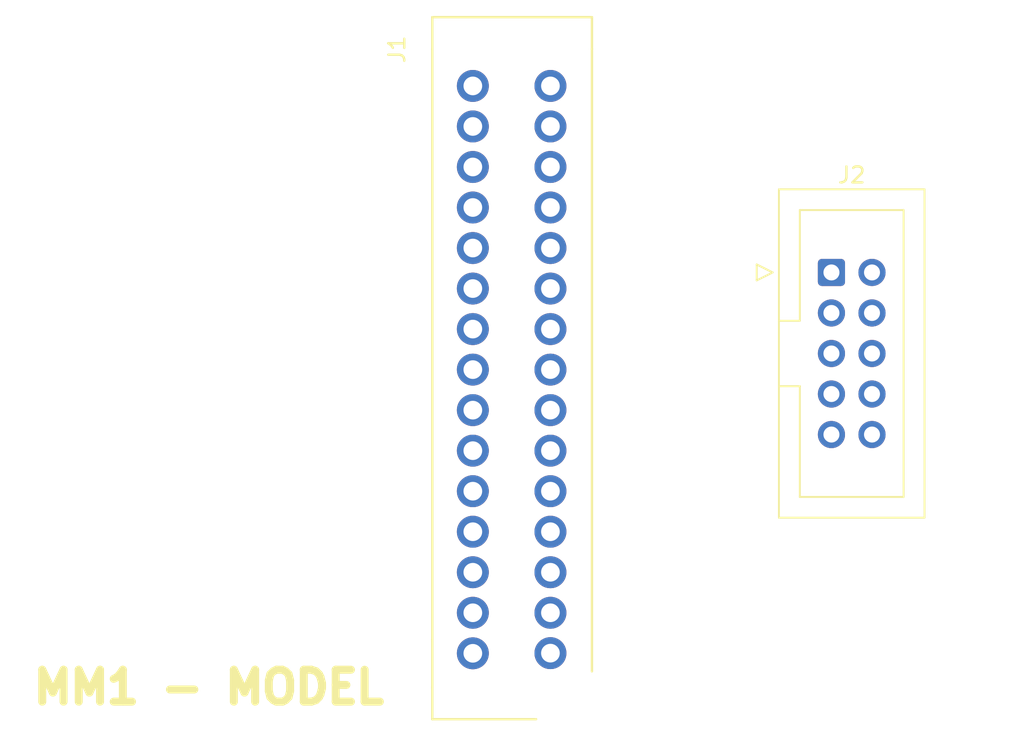
<source format=kicad_pcb>
(kicad_pcb (version 20171130) (host pcbnew "(5.1.6)-1")

  (general
    (thickness 1.6)
    (drawings 6)
    (tracks 0)
    (zones 0)
    (modules 2)
    (nets 40)
  )

  (page A4)
  (title_block
    (title MM1)
    (date 2020-08-13)
    (rev "model rev1")
    (company "Name here")
  )

  (layers
    (0 F.Cu signal)
    (1 In1.Cu power)
    (2 In2.Cu signal)
    (31 B.Cu signal)
    (32 B.Adhes user)
    (33 F.Adhes user)
    (34 B.Paste user)
    (35 F.Paste user)
    (36 B.SilkS user)
    (37 F.SilkS user)
    (38 B.Mask user)
    (39 F.Mask user)
    (40 Dwgs.User user)
    (41 Cmts.User user)
    (42 Eco1.User user)
    (43 Eco2.User user)
    (44 Edge.Cuts user)
    (45 Margin user)
    (46 B.CrtYd user)
    (47 F.CrtYd user)
    (48 B.Fab user)
    (49 F.Fab user)
  )

  (setup
    (last_trace_width 0.18)
    (trace_clearance 0.18)
    (zone_clearance 0.508)
    (zone_45_only no)
    (trace_min 0.18)
    (via_size 0.45)
    (via_drill 0.2)
    (via_min_size 0.45)
    (via_min_drill 0.2)
    (uvia_size 0.45)
    (uvia_drill 0.2)
    (uvias_allowed no)
    (uvia_min_size 0.45)
    (uvia_min_drill 0.2)
    (edge_width 0.15)
    (segment_width 0.2)
    (pcb_text_width 0.3)
    (pcb_text_size 1.5 1.5)
    (mod_edge_width 0.15)
    (mod_text_size 1 1)
    (mod_text_width 0.15)
    (pad_size 1.524 1.524)
    (pad_drill 0.762)
    (pad_to_mask_clearance 0.2)
    (aux_axis_origin 127 73)
    (visible_elements 7FFFE7FF)
    (pcbplotparams
      (layerselection 0x010f0_ffffffff)
      (usegerberextensions false)
      (usegerberattributes false)
      (usegerberadvancedattributes false)
      (creategerberjobfile false)
      (excludeedgelayer true)
      (linewidth 0.100000)
      (plotframeref false)
      (viasonmask false)
      (mode 1)
      (useauxorigin true)
      (hpglpennumber 1)
      (hpglpenspeed 20)
      (hpglpendiameter 15.000000)
      (psnegative false)
      (psa4output false)
      (plotreference true)
      (plotvalue true)
      (plotinvisibletext false)
      (padsonsilk false)
      (subtractmaskfromsilk false)
      (outputformat 1)
      (mirror false)
      (drillshape 0)
      (scaleselection 1)
      (outputdirectory "Project_GP8BV4_gerbert/"))
  )

  (net 0 "")
  (net 1 +5V)
  (net 2 +3V3)
  (net 3 GND)
  (net 4 /MEMADDRESS_0)
  (net 5 /MEMADDRESS_2)
  (net 6 /MEMADDRESS_1)
  (net 7 /MEMADDRESS_4)
  (net 8 /MEMADDRESS_3)
  (net 9 /MEMADDRESS_6)
  (net 10 /MEMADDRESS_5)
  (net 11 /MEMADDRESS_8)
  (net 12 /MEMADDRESS_7)
  (net 13 /MEMADDRESS_10)
  (net 14 /MEMADDRESS_9)
  (net 15 /MEMADDRESS_12)
  (net 16 /MEMADDRESS_11)
  (net 17 /MEMADDRESS_14)
  (net 18 /MEMADDRESS_13)
  (net 19 /MEMDATA_0)
  (net 20 /MEMADDRESS_15)
  (net 21 /MEMDATA_2)
  (net 22 /MEMDATA_1)
  (net 23 /MEMDATA_4)
  (net 24 /MEMDATA_3)
  (net 25 /MEMDATA_6)
  (net 26 /MEMDATA_5)
  (net 27 /MEM_~WE)
  (net 28 /MEMDATA_7)
  (net 29 /MEM_~CE)
  (net 30 /MEM_~OE)
  (net 31 /MEMADDRESS_17)
  (net 32 /MEMADDRESS_19)
  (net 33 /MEMADDRESS_21)
  (net 34 /MEMADDRESS_23)
  (net 35 /MEMADDRESS_16)
  (net 36 /MEMADDRESS_18)
  (net 37 /MEMADDRESS_20)
  (net 38 /MEMADDRESS_22)
  (net 39 /MEMFEEDBACK)

  (net_class Default "Ceci est la Netclass par défaut"
    (clearance 0.18)
    (trace_width 0.18)
    (via_dia 0.45)
    (via_drill 0.2)
    (uvia_dia 0.45)
    (uvia_drill 0.2)
    (add_net +3V3)
    (add_net +5V)
    (add_net /MEMADDRESS_0)
    (add_net /MEMADDRESS_1)
    (add_net /MEMADDRESS_10)
    (add_net /MEMADDRESS_11)
    (add_net /MEMADDRESS_12)
    (add_net /MEMADDRESS_13)
    (add_net /MEMADDRESS_14)
    (add_net /MEMADDRESS_15)
    (add_net /MEMADDRESS_16)
    (add_net /MEMADDRESS_17)
    (add_net /MEMADDRESS_18)
    (add_net /MEMADDRESS_19)
    (add_net /MEMADDRESS_2)
    (add_net /MEMADDRESS_20)
    (add_net /MEMADDRESS_21)
    (add_net /MEMADDRESS_22)
    (add_net /MEMADDRESS_23)
    (add_net /MEMADDRESS_3)
    (add_net /MEMADDRESS_4)
    (add_net /MEMADDRESS_5)
    (add_net /MEMADDRESS_6)
    (add_net /MEMADDRESS_7)
    (add_net /MEMADDRESS_8)
    (add_net /MEMADDRESS_9)
    (add_net /MEMDATA_0)
    (add_net /MEMDATA_1)
    (add_net /MEMDATA_2)
    (add_net /MEMDATA_3)
    (add_net /MEMDATA_4)
    (add_net /MEMDATA_5)
    (add_net /MEMDATA_6)
    (add_net /MEMDATA_7)
    (add_net /MEMFEEDBACK)
    (add_net /MEM_~CE)
    (add_net /MEM_~OE)
    (add_net /MEM_~WE)
    (add_net GND)
  )

  (net_class Volt ""
    (clearance 0.2)
    (trace_width 0.25)
    (via_dia 0.55)
    (via_drill 0.3)
    (uvia_dia 0.55)
    (uvia_drill 0.3)
  )

  (module TE5530843-2:TE_5530843-2 (layer F.Cu) (tedit 5EFC8539) (tstamp 5F3709D6)
    (at 159 96 90)
    (path /5F36BEDE)
    (fp_text reference J1 (at 19.98 -7.21 90) (layer F.SilkS)
      (effects (font (size 1 1) (thickness 0.15)))
    )
    (fp_text value MM1_receptacle_5530843-2 (at 10.37 -8.05 90) (layer F.Fab)
      (effects (font (size 1 1) (thickness 0.15)))
    )
    (fp_line (start 20 5) (end -19 5) (layer F.SilkS) (width 0.15))
    (fp_line (start 22 -5) (end 20 -5) (layer F.SilkS) (width 0.15))
    (fp_line (start 22 5) (end 22 -5) (layer F.SilkS) (width 0.15))
    (fp_line (start 20 5) (end 22 5) (layer F.SilkS) (width 0.15))
    (fp_line (start -22 -5) (end -20 -5) (layer F.SilkS) (width 0.15))
    (fp_line (start -22 1.5) (end -22 -5) (layer F.SilkS) (width 0.15))
    (fp_line (start -20 -5) (end -17 -5) (layer F.SilkS) (width 0.15))
    (fp_line (start -17 -5) (end 20 -5) (layer F.SilkS) (width 0.15))
    (pad 2 thru_hole circle (at -17.87 -2.46 90) (size 2 2) (drill 1.1684) (layers *.Cu *.Mask)
      (net 4 /MEMADDRESS_0))
    (pad 1 thru_hole circle (at -17.86 2.4 90) (size 2 2) (drill 1.1684) (layers *.Cu *.Mask)
      (net 3 GND))
    (pad 4 thru_hole circle (at -15.33 -2.46 90) (size 2 2) (drill 1.1684) (layers *.Cu *.Mask)
      (net 5 /MEMADDRESS_2))
    (pad 3 thru_hole circle (at -15.33 2.4 90) (size 2 2) (drill 1.1684) (layers *.Cu *.Mask)
      (net 6 /MEMADDRESS_1))
    (pad 6 thru_hole circle (at -12.79 -2.46 90) (size 2 2) (drill 1.1684) (layers *.Cu *.Mask)
      (net 7 /MEMADDRESS_4))
    (pad 5 thru_hole circle (at -12.79 2.4 90) (size 2 2) (drill 1.1684) (layers *.Cu *.Mask)
      (net 8 /MEMADDRESS_3))
    (pad 8 thru_hole circle (at -10.25 -2.46 90) (size 2 2) (drill 1.1684) (layers *.Cu *.Mask)
      (net 9 /MEMADDRESS_6))
    (pad 7 thru_hole circle (at -10.25 2.4 90) (size 2 2) (drill 1.1684) (layers *.Cu *.Mask)
      (net 10 /MEMADDRESS_5))
    (pad 10 thru_hole circle (at -7.71 -2.46 90) (size 2 2) (drill 1.1684) (layers *.Cu *.Mask)
      (net 11 /MEMADDRESS_8))
    (pad 9 thru_hole circle (at -7.71 2.4 90) (size 2 2) (drill 1.1684) (layers *.Cu *.Mask)
      (net 12 /MEMADDRESS_7))
    (pad 12 thru_hole circle (at -5.17 -2.46 90) (size 2 2) (drill 1.1684) (layers *.Cu *.Mask)
      (net 13 /MEMADDRESS_10))
    (pad 11 thru_hole circle (at -5.17 2.4 90) (size 2 2) (drill 1.1684) (layers *.Cu *.Mask)
      (net 14 /MEMADDRESS_9))
    (pad 14 thru_hole circle (at -2.63 -2.46 90) (size 2 2) (drill 1.1684) (layers *.Cu *.Mask)
      (net 15 /MEMADDRESS_12))
    (pad 13 thru_hole circle (at -2.63 2.4 90) (size 2 2) (drill 1.1684) (layers *.Cu *.Mask)
      (net 16 /MEMADDRESS_11))
    (pad 16 thru_hole circle (at -0.09 -2.46 90) (size 2 2) (drill 1.1684) (layers *.Cu *.Mask)
      (net 17 /MEMADDRESS_14))
    (pad 15 thru_hole circle (at -0.09 2.4 90) (size 2 2) (drill 1.1684) (layers *.Cu *.Mask)
      (net 18 /MEMADDRESS_13))
    (pad 18 thru_hole circle (at 2.45 -2.46 90) (size 2 2) (drill 1.1684) (layers *.Cu *.Mask)
      (net 19 /MEMDATA_0))
    (pad 17 thru_hole circle (at 2.45 2.4 90) (size 2 2) (drill 1.1684) (layers *.Cu *.Mask)
      (net 20 /MEMADDRESS_15))
    (pad 20 thru_hole circle (at 4.99 -2.46 90) (size 2 2) (drill 1.1684) (layers *.Cu *.Mask)
      (net 21 /MEMDATA_2))
    (pad 19 thru_hole circle (at 4.99 2.4 90) (size 2 2) (drill 1.1684) (layers *.Cu *.Mask)
      (net 22 /MEMDATA_1))
    (pad 22 thru_hole circle (at 7.53 -2.46 90) (size 2 2) (drill 1.1684) (layers *.Cu *.Mask)
      (net 23 /MEMDATA_4))
    (pad 21 thru_hole circle (at 7.53 2.4 90) (size 2 2) (drill 1.1684) (layers *.Cu *.Mask)
      (net 24 /MEMDATA_3))
    (pad 24 thru_hole circle (at 10.07 -2.46 90) (size 2 2) (drill 1.1684) (layers *.Cu *.Mask)
      (net 25 /MEMDATA_6))
    (pad 23 thru_hole circle (at 10.07 2.4 90) (size 2 2) (drill 1.1684) (layers *.Cu *.Mask)
      (net 26 /MEMDATA_5))
    (pad 26 thru_hole circle (at 12.61 -2.46 90) (size 2 2) (drill 1.1684) (layers *.Cu *.Mask)
      (net 27 /MEM_~WE))
    (pad 25 thru_hole circle (at 12.61 2.4 90) (size 2 2) (drill 1.1684) (layers *.Cu *.Mask)
      (net 28 /MEMDATA_7))
    (pad 28 thru_hole circle (at 15.15 -2.46 90) (size 2 2) (drill 1.1684) (layers *.Cu *.Mask)
      (net 29 /MEM_~CE))
    (pad 27 thru_hole circle (at 15.15 2.4 90) (size 2 2) (drill 1.1684) (layers *.Cu *.Mask)
      (net 30 /MEM_~OE))
    (pad 30 thru_hole circle (at 17.69 -2.46 90) (size 2 2) (drill 1.1684) (layers *.Cu *.Mask)
      (net 1 +5V))
    (pad 29 thru_hole circle (at 17.69 2.4 90) (size 2 2) (drill 1.1684) (layers *.Cu *.Mask)
      (net 2 +3V3))
    (model ${KIPRJMOD}/libraries/3D/5530843-2.stp
      (offset (xyz -0.1 0 15.5))
      (scale (xyz 1 1 1))
      (rotate (xyz 0 0 0))
    )
  )

  (module Connector_IDC:IDC-Header_2x05_P2.54mm_Vertical (layer F.Cu) (tedit 5EAC9A07) (tstamp 5F370A05)
    (at 179 90)
    (descr "Through hole IDC box header, 2x05, 2.54mm pitch, DIN 41651 / IEC 60603-13, double rows, https://docs.google.com/spreadsheets/d/16SsEcesNF15N3Lb4niX7dcUr-NY5_MFPQhobNuNppn4/edit#gid=0")
    (tags "Through hole vertical IDC box header THT 2x05 2.54mm double row")
    (path /5F392E54)
    (fp_text reference J2 (at 1.27 -6.1) (layer F.SilkS)
      (effects (font (size 1 1) (thickness 0.15)))
    )
    (fp_text value MM1_addressExtension (at 1.27 16.26) (layer F.Fab)
      (effects (font (size 1 1) (thickness 0.15)))
    )
    (fp_line (start -3.18 -4.1) (end -2.18 -5.1) (layer F.Fab) (width 0.1))
    (fp_line (start -2.18 -5.1) (end 5.72 -5.1) (layer F.Fab) (width 0.1))
    (fp_line (start 5.72 -5.1) (end 5.72 15.26) (layer F.Fab) (width 0.1))
    (fp_line (start 5.72 15.26) (end -3.18 15.26) (layer F.Fab) (width 0.1))
    (fp_line (start -3.18 15.26) (end -3.18 -4.1) (layer F.Fab) (width 0.1))
    (fp_line (start -3.18 3.03) (end -1.98 3.03) (layer F.Fab) (width 0.1))
    (fp_line (start -1.98 3.03) (end -1.98 -3.91) (layer F.Fab) (width 0.1))
    (fp_line (start -1.98 -3.91) (end 4.52 -3.91) (layer F.Fab) (width 0.1))
    (fp_line (start 4.52 -3.91) (end 4.52 14.07) (layer F.Fab) (width 0.1))
    (fp_line (start 4.52 14.07) (end -1.98 14.07) (layer F.Fab) (width 0.1))
    (fp_line (start -1.98 14.07) (end -1.98 7.13) (layer F.Fab) (width 0.1))
    (fp_line (start -1.98 7.13) (end -1.98 7.13) (layer F.Fab) (width 0.1))
    (fp_line (start -1.98 7.13) (end -3.18 7.13) (layer F.Fab) (width 0.1))
    (fp_line (start -3.29 -5.21) (end 5.83 -5.21) (layer F.SilkS) (width 0.12))
    (fp_line (start 5.83 -5.21) (end 5.83 15.37) (layer F.SilkS) (width 0.12))
    (fp_line (start 5.83 15.37) (end -3.29 15.37) (layer F.SilkS) (width 0.12))
    (fp_line (start -3.29 15.37) (end -3.29 -5.21) (layer F.SilkS) (width 0.12))
    (fp_line (start -3.29 3.03) (end -1.98 3.03) (layer F.SilkS) (width 0.12))
    (fp_line (start -1.98 3.03) (end -1.98 -3.91) (layer F.SilkS) (width 0.12))
    (fp_line (start -1.98 -3.91) (end 4.52 -3.91) (layer F.SilkS) (width 0.12))
    (fp_line (start 4.52 -3.91) (end 4.52 14.07) (layer F.SilkS) (width 0.12))
    (fp_line (start 4.52 14.07) (end -1.98 14.07) (layer F.SilkS) (width 0.12))
    (fp_line (start -1.98 14.07) (end -1.98 7.13) (layer F.SilkS) (width 0.12))
    (fp_line (start -1.98 7.13) (end -1.98 7.13) (layer F.SilkS) (width 0.12))
    (fp_line (start -1.98 7.13) (end -3.29 7.13) (layer F.SilkS) (width 0.12))
    (fp_line (start -3.68 0) (end -4.68 -0.5) (layer F.SilkS) (width 0.12))
    (fp_line (start -4.68 -0.5) (end -4.68 0.5) (layer F.SilkS) (width 0.12))
    (fp_line (start -4.68 0.5) (end -3.68 0) (layer F.SilkS) (width 0.12))
    (fp_line (start -3.68 -5.6) (end -3.68 15.76) (layer F.CrtYd) (width 0.05))
    (fp_line (start -3.68 15.76) (end 6.22 15.76) (layer F.CrtYd) (width 0.05))
    (fp_line (start 6.22 15.76) (end 6.22 -5.6) (layer F.CrtYd) (width 0.05))
    (fp_line (start 6.22 -5.6) (end -3.68 -5.6) (layer F.CrtYd) (width 0.05))
    (fp_text user %R (at 1.27 5.08 90) (layer F.Fab)
      (effects (font (size 1 1) (thickness 0.15)))
    )
    (pad 1 thru_hole roundrect (at 0 0) (size 1.7 1.7) (drill 1) (layers *.Cu *.Mask) (roundrect_rratio 0.147059)
      (net 3 GND))
    (pad 3 thru_hole circle (at 0 2.54) (size 1.7 1.7) (drill 1) (layers *.Cu *.Mask)
      (net 31 /MEMADDRESS_17))
    (pad 5 thru_hole circle (at 0 5.08) (size 1.7 1.7) (drill 1) (layers *.Cu *.Mask)
      (net 32 /MEMADDRESS_19))
    (pad 7 thru_hole circle (at 0 7.62) (size 1.7 1.7) (drill 1) (layers *.Cu *.Mask)
      (net 33 /MEMADDRESS_21))
    (pad 9 thru_hole circle (at 0 10.16) (size 1.7 1.7) (drill 1) (layers *.Cu *.Mask)
      (net 34 /MEMADDRESS_23))
    (pad 2 thru_hole circle (at 2.54 0) (size 1.7 1.7) (drill 1) (layers *.Cu *.Mask)
      (net 35 /MEMADDRESS_16))
    (pad 4 thru_hole circle (at 2.54 2.54) (size 1.7 1.7) (drill 1) (layers *.Cu *.Mask)
      (net 36 /MEMADDRESS_18))
    (pad 6 thru_hole circle (at 2.54 5.08) (size 1.7 1.7) (drill 1) (layers *.Cu *.Mask)
      (net 37 /MEMADDRESS_20))
    (pad 8 thru_hole circle (at 2.54 7.62) (size 1.7 1.7) (drill 1) (layers *.Cu *.Mask)
      (net 38 /MEMADDRESS_22))
    (pad 10 thru_hole circle (at 2.54 10.16) (size 1.7 1.7) (drill 1) (layers *.Cu *.Mask)
      (net 39 /MEMFEEDBACK))
    (model ${KISYS3DMOD}/Connector_IDC.3dshapes/IDC-Header_2x05_P2.54mm_Vertical.wrl
      (at (xyz 0 0 0))
      (scale (xyz 1 1 1))
      (rotate (xyz 0 0 0))
    )
  )

  (gr_text "There is no placement constraint for MM1 receptacle" (at 149 119) (layer Cmts.User)
    (effects (font (size 1 1) (thickness 0.15)))
  )
  (gr_line (start 127 120) (end 127 73) (layer Margin) (width 0.15))
  (gr_line (start 191 120) (end 127 120) (layer Margin) (width 0.15))
  (gr_line (start 191 73) (end 191 120) (layer Margin) (width 0.15))
  (gr_line (start 127 73) (end 191 73) (layer Margin) (width 0.15))
  (gr_text "MM1 - MODEL" (at 140 116) (layer F.SilkS)
    (effects (font (size 2 2) (thickness 0.5)))
  )

)

</source>
